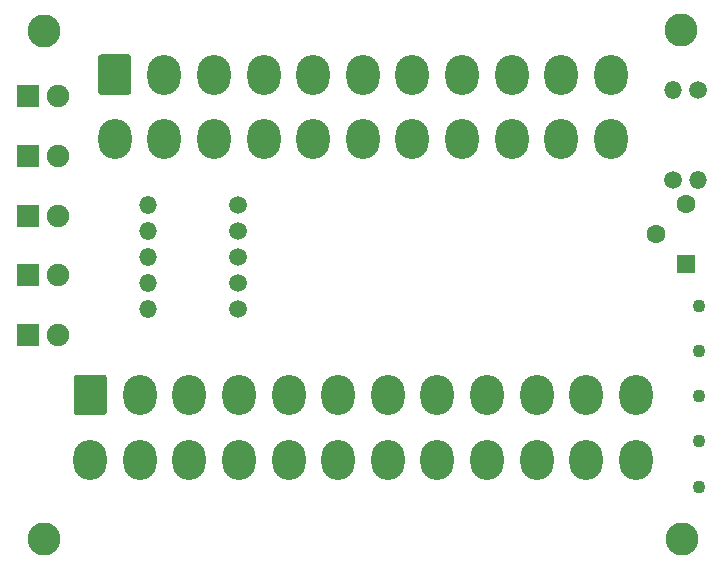
<source format=gbr>
%TF.GenerationSoftware,KiCad,Pcbnew,(5.1.4)-1*%
%TF.CreationDate,2020-09-17T17:05:27-05:00*%
%TF.ProjectId,mAcTX_Quadra_840av,6d416354-585f-4517-9561-6472615f3834,rev?*%
%TF.SameCoordinates,Original*%
%TF.FileFunction,Soldermask,Bot*%
%TF.FilePolarity,Negative*%
%FSLAX46Y46*%
G04 Gerber Fmt 4.6, Leading zero omitted, Abs format (unit mm)*
G04 Created by KiCad (PCBNEW (5.1.4)-1) date 2020-09-17 17:05:27*
%MOMM*%
%LPD*%
G04 APERTURE LIST*
%ADD10O,1.500000X1.500000*%
%ADD11C,1.500000*%
%ADD12O,2.800000X3.400000*%
%ADD13C,0.100000*%
%ADD14C,2.800000*%
%ADD15R,1.600000X1.600000*%
%ADD16C,1.600000*%
%ADD17C,1.100000*%
%ADD18C,1.900000*%
%ADD19R,1.900000X1.900000*%
G04 APERTURE END LIST*
D10*
%TO.C,R2*%
X106230000Y-79010000D03*
D11*
X106230000Y-86630000D03*
%TD*%
D12*
%TO.C,J2*%
X100990000Y-83180000D03*
X96790000Y-83180000D03*
X92590000Y-83180000D03*
X88390000Y-83180000D03*
X84190000Y-83180000D03*
X79990000Y-83180000D03*
X75790000Y-83180000D03*
X71590000Y-83180000D03*
X67390000Y-83180000D03*
X63190000Y-83180000D03*
X58990000Y-83180000D03*
X100990000Y-77680000D03*
X96790000Y-77680000D03*
X92590000Y-77680000D03*
X88390000Y-77680000D03*
X84190000Y-77680000D03*
X79990000Y-77680000D03*
X75790000Y-77680000D03*
X71590000Y-77680000D03*
X67390000Y-77680000D03*
X63190000Y-77680000D03*
D13*
G36*
X60156152Y-75981248D02*
G01*
X60181319Y-75984982D01*
X60205999Y-75991164D01*
X60229955Y-75999735D01*
X60252954Y-76010613D01*
X60274777Y-76023693D01*
X60295213Y-76038849D01*
X60314065Y-76055935D01*
X60331151Y-76074787D01*
X60346307Y-76095223D01*
X60359387Y-76117046D01*
X60370265Y-76140045D01*
X60378836Y-76164001D01*
X60385018Y-76188681D01*
X60388752Y-76213848D01*
X60390000Y-76239260D01*
X60390000Y-79120740D01*
X60388752Y-79146152D01*
X60385018Y-79171319D01*
X60378836Y-79195999D01*
X60370265Y-79219955D01*
X60359387Y-79242954D01*
X60346307Y-79264777D01*
X60331151Y-79285213D01*
X60314065Y-79304065D01*
X60295213Y-79321151D01*
X60274777Y-79336307D01*
X60252954Y-79349387D01*
X60229955Y-79360265D01*
X60205999Y-79368836D01*
X60181319Y-79375018D01*
X60156152Y-79378752D01*
X60130740Y-79380000D01*
X57849260Y-79380000D01*
X57823848Y-79378752D01*
X57798681Y-79375018D01*
X57774001Y-79368836D01*
X57750045Y-79360265D01*
X57727046Y-79349387D01*
X57705223Y-79336307D01*
X57684787Y-79321151D01*
X57665935Y-79304065D01*
X57648849Y-79285213D01*
X57633693Y-79264777D01*
X57620613Y-79242954D01*
X57609735Y-79219955D01*
X57601164Y-79195999D01*
X57594982Y-79171319D01*
X57591248Y-79146152D01*
X57590000Y-79120740D01*
X57590000Y-76239260D01*
X57591248Y-76213848D01*
X57594982Y-76188681D01*
X57601164Y-76164001D01*
X57609735Y-76140045D01*
X57620613Y-76117046D01*
X57633693Y-76095223D01*
X57648849Y-76074787D01*
X57665935Y-76055935D01*
X57684787Y-76038849D01*
X57705223Y-76023693D01*
X57727046Y-76010613D01*
X57750045Y-75999735D01*
X57774001Y-75991164D01*
X57798681Y-75984982D01*
X57823848Y-75981248D01*
X57849260Y-75980000D01*
X60130740Y-75980000D01*
X60156152Y-75981248D01*
X60156152Y-75981248D01*
G37*
D14*
X58990000Y-77680000D03*
%TD*%
D12*
%TO.C,J1*%
X103110000Y-110290000D03*
X98910000Y-110290000D03*
X94710000Y-110290000D03*
X90510000Y-110290000D03*
X86310000Y-110290000D03*
X82110000Y-110290000D03*
X77910000Y-110290000D03*
X73710000Y-110290000D03*
X69510000Y-110290000D03*
X65310000Y-110290000D03*
X61110000Y-110290000D03*
X56910000Y-110290000D03*
X103110000Y-104790000D03*
X98910000Y-104790000D03*
X94710000Y-104790000D03*
X90510000Y-104790000D03*
X86310000Y-104790000D03*
X82110000Y-104790000D03*
X77910000Y-104790000D03*
X73710000Y-104790000D03*
X69510000Y-104790000D03*
X65310000Y-104790000D03*
X61110000Y-104790000D03*
D13*
G36*
X58076152Y-103091248D02*
G01*
X58101319Y-103094982D01*
X58125999Y-103101164D01*
X58149955Y-103109735D01*
X58172954Y-103120613D01*
X58194777Y-103133693D01*
X58215213Y-103148849D01*
X58234065Y-103165935D01*
X58251151Y-103184787D01*
X58266307Y-103205223D01*
X58279387Y-103227046D01*
X58290265Y-103250045D01*
X58298836Y-103274001D01*
X58305018Y-103298681D01*
X58308752Y-103323848D01*
X58310000Y-103349260D01*
X58310000Y-106230740D01*
X58308752Y-106256152D01*
X58305018Y-106281319D01*
X58298836Y-106305999D01*
X58290265Y-106329955D01*
X58279387Y-106352954D01*
X58266307Y-106374777D01*
X58251151Y-106395213D01*
X58234065Y-106414065D01*
X58215213Y-106431151D01*
X58194777Y-106446307D01*
X58172954Y-106459387D01*
X58149955Y-106470265D01*
X58125999Y-106478836D01*
X58101319Y-106485018D01*
X58076152Y-106488752D01*
X58050740Y-106490000D01*
X55769260Y-106490000D01*
X55743848Y-106488752D01*
X55718681Y-106485018D01*
X55694001Y-106478836D01*
X55670045Y-106470265D01*
X55647046Y-106459387D01*
X55625223Y-106446307D01*
X55604787Y-106431151D01*
X55585935Y-106414065D01*
X55568849Y-106395213D01*
X55553693Y-106374777D01*
X55540613Y-106352954D01*
X55529735Y-106329955D01*
X55521164Y-106305999D01*
X55514982Y-106281319D01*
X55511248Y-106256152D01*
X55510000Y-106230740D01*
X55510000Y-103349260D01*
X55511248Y-103323848D01*
X55514982Y-103298681D01*
X55521164Y-103274001D01*
X55529735Y-103250045D01*
X55540613Y-103227046D01*
X55553693Y-103205223D01*
X55568849Y-103184787D01*
X55585935Y-103165935D01*
X55604787Y-103148849D01*
X55625223Y-103133693D01*
X55647046Y-103120613D01*
X55670045Y-103109735D01*
X55694001Y-103101164D01*
X55718681Y-103094982D01*
X55743848Y-103091248D01*
X55769260Y-103090000D01*
X58050740Y-103090000D01*
X58076152Y-103091248D01*
X58076152Y-103091248D01*
G37*
D14*
X56910000Y-104790000D03*
%TD*%
D15*
%TO.C,Q1*%
X107380000Y-93690000D03*
D16*
X107380000Y-88610000D03*
X104840000Y-91150000D03*
%TD*%
D14*
%TO.C,H4*%
X106960000Y-73940000D03*
%TD*%
%TO.C,H3*%
X107000000Y-117000000D03*
%TD*%
%TO.C,H2*%
X53000000Y-117000000D03*
%TD*%
%TO.C,H1*%
X53000000Y-74000000D03*
%TD*%
D17*
%TO.C,TP5*%
X108490000Y-97240000D03*
%TD*%
%TO.C,TP4*%
X108490000Y-101075250D03*
%TD*%
%TO.C,TP3*%
X108490000Y-104910500D03*
%TD*%
%TO.C,TP2*%
X108490000Y-108745750D03*
%TD*%
%TO.C,TP1*%
X108490000Y-112581000D03*
%TD*%
D10*
%TO.C,R8*%
X61806000Y-88690000D03*
D11*
X69426000Y-88690000D03*
%TD*%
D10*
%TO.C,R6*%
X61806000Y-90890750D03*
D11*
X69426000Y-90890750D03*
%TD*%
D10*
%TO.C,R5*%
X61806000Y-93091500D03*
D11*
X69426000Y-93091500D03*
%TD*%
D10*
%TO.C,R4*%
X61806000Y-95292250D03*
D11*
X69426000Y-95292250D03*
%TD*%
D10*
%TO.C,R3*%
X61806000Y-97493000D03*
D11*
X69426000Y-97493000D03*
%TD*%
D10*
%TO.C,R1*%
X108340000Y-86630000D03*
D11*
X108340000Y-79010000D03*
%TD*%
D18*
%TO.C,D6*%
X54221000Y-79472500D03*
D19*
X51681000Y-79472500D03*
%TD*%
D18*
%TO.C,D4*%
X54221000Y-84547125D03*
D19*
X51681000Y-84547125D03*
%TD*%
D18*
%TO.C,D3*%
X54221000Y-89621750D03*
D19*
X51681000Y-89621750D03*
%TD*%
D18*
%TO.C,D2*%
X54221000Y-94696375D03*
D19*
X51681000Y-94696375D03*
%TD*%
D18*
%TO.C,D1*%
X54221000Y-99771000D03*
D19*
X51681000Y-99771000D03*
%TD*%
M02*

</source>
